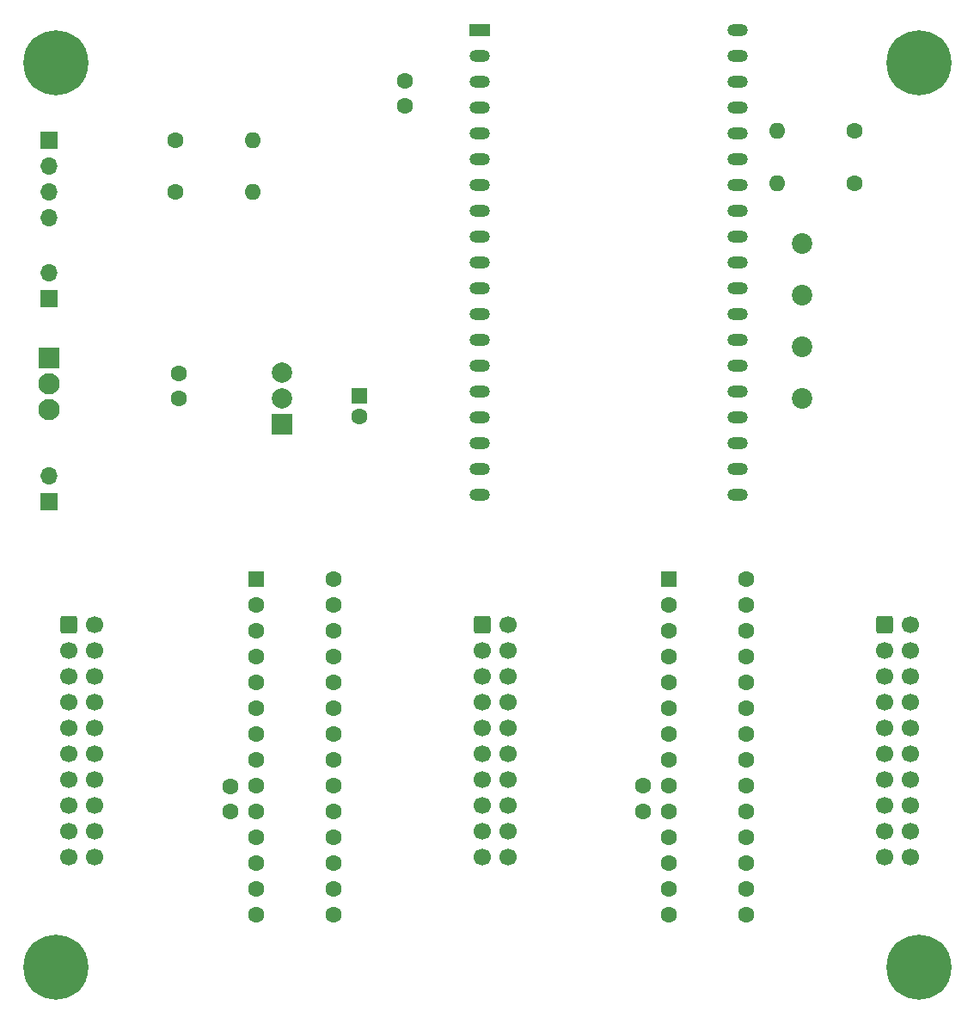
<source format=gbr>
%TF.GenerationSoftware,KiCad,Pcbnew,8.0.0*%
%TF.CreationDate,2024-03-11T16:40:43+11:00*%
%TF.ProjectId,split-flap,73706c69-742d-4666-9c61-702e6b696361,rev?*%
%TF.SameCoordinates,Original*%
%TF.FileFunction,Soldermask,Bot*%
%TF.FilePolarity,Negative*%
%FSLAX46Y46*%
G04 Gerber Fmt 4.6, Leading zero omitted, Abs format (unit mm)*
G04 Created by KiCad (PCBNEW 8.0.0) date 2024-03-11 16:40:43*
%MOMM*%
%LPD*%
G01*
G04 APERTURE LIST*
G04 Aperture macros list*
%AMRoundRect*
0 Rectangle with rounded corners*
0 $1 Rounding radius*
0 $2 $3 $4 $5 $6 $7 $8 $9 X,Y pos of 4 corners*
0 Add a 4 corners polygon primitive as box body*
4,1,4,$2,$3,$4,$5,$6,$7,$8,$9,$2,$3,0*
0 Add four circle primitives for the rounded corners*
1,1,$1+$1,$2,$3*
1,1,$1+$1,$4,$5*
1,1,$1+$1,$6,$7*
1,1,$1+$1,$8,$9*
0 Add four rect primitives between the rounded corners*
20,1,$1+$1,$2,$3,$4,$5,0*
20,1,$1+$1,$4,$5,$6,$7,0*
20,1,$1+$1,$6,$7,$8,$9,0*
20,1,$1+$1,$8,$9,$2,$3,0*%
G04 Aperture macros list end*
%ADD10C,1.600000*%
%ADD11O,1.600000X1.600000*%
%ADD12R,1.700000X1.700000*%
%ADD13O,1.700000X1.700000*%
%ADD14C,6.400000*%
%ADD15RoundRect,0.250000X-0.600000X-0.600000X0.600000X-0.600000X0.600000X0.600000X-0.600000X0.600000X0*%
%ADD16C,1.700000*%
%ADD17R,2.100000X2.100000*%
%ADD18C,2.100000*%
%ADD19R,2.000000X1.200000*%
%ADD20O,2.000000X1.200000*%
%ADD21R,1.600000X1.600000*%
%ADD22C,2.020000*%
%ADD23R,2.000000X2.000000*%
%ADD24C,2.000000*%
G04 APERTURE END LIST*
D10*
%TO.C,C5*%
X132080000Y-106720000D03*
X132080000Y-109220000D03*
%TD*%
%TO.C,R2*%
X126705000Y-48260000D03*
D11*
X134325000Y-48260000D03*
%TD*%
D12*
%TO.C,J4*%
X114295000Y-58765000D03*
D13*
X114295000Y-56225000D03*
%TD*%
D12*
%TO.C,J2*%
X114295000Y-43180000D03*
D13*
X114295000Y-45720000D03*
X114295000Y-48260000D03*
X114295000Y-50800000D03*
%TD*%
D10*
%TO.C,C4*%
X172720000Y-106680000D03*
X172720000Y-109180000D03*
%TD*%
D14*
%TO.C,REF1*%
X114915000Y-35500000D03*
%TD*%
D15*
%TO.C,J5*%
X196580000Y-90790000D03*
D16*
X199120000Y-90790000D03*
X196580000Y-93330000D03*
X199120000Y-93330000D03*
X196580000Y-95870000D03*
X199120000Y-95870000D03*
X196580000Y-98410000D03*
X199120000Y-98410000D03*
X196580000Y-100950000D03*
X199120000Y-100950000D03*
X196580000Y-103490000D03*
X199120000Y-103490000D03*
X196580000Y-106030000D03*
X199120000Y-106030000D03*
X196580000Y-108570000D03*
X199120000Y-108570000D03*
X196580000Y-111110000D03*
X199120000Y-111110000D03*
X196580000Y-113650000D03*
X199120000Y-113650000D03*
%TD*%
D14*
%TO.C,REF3*%
X114915000Y-124500000D03*
%TD*%
D17*
%TO.C,J1*%
X114295000Y-64560000D03*
D18*
X114295000Y-67100000D03*
X114295000Y-69640000D03*
%TD*%
D19*
%TO.C,U2*%
X156675000Y-32321600D03*
D20*
X156675000Y-34861600D03*
X156675000Y-37401600D03*
X156675000Y-39941600D03*
X156675000Y-42481600D03*
X156675000Y-45021600D03*
X156675000Y-47561600D03*
X156675000Y-50101600D03*
X156675000Y-52641600D03*
X156675000Y-55181600D03*
X156675000Y-57721600D03*
X156675000Y-60261600D03*
X156675000Y-62801600D03*
X156675000Y-65341600D03*
X156675000Y-67881600D03*
X156675000Y-70421600D03*
X156675000Y-72961600D03*
X156675000Y-75501600D03*
X156675000Y-78041600D03*
X182071320Y-78038880D03*
X182071320Y-75498880D03*
X182075000Y-72961600D03*
X182075000Y-70421600D03*
X182075000Y-67881600D03*
X182075000Y-65341600D03*
X182075000Y-62801600D03*
X182075000Y-60261600D03*
X182075000Y-57721600D03*
X182075000Y-55181600D03*
X182075000Y-52641600D03*
X182075000Y-50101600D03*
X182075000Y-47561600D03*
X182075000Y-45021600D03*
X182075000Y-42481600D03*
X182075000Y-39941600D03*
X182075000Y-37401600D03*
X182075000Y-34861600D03*
X182075000Y-32321600D03*
%TD*%
D21*
%TO.C,U3*%
X134620000Y-86360000D03*
D10*
X134620000Y-88900000D03*
X134620000Y-91440000D03*
X134620000Y-93980000D03*
X134620000Y-96520000D03*
X134620000Y-99060000D03*
X134620000Y-101600000D03*
X134620000Y-104140000D03*
X134620000Y-106680000D03*
X134620000Y-109220000D03*
X134620000Y-111760000D03*
X134620000Y-114300000D03*
X134620000Y-116840000D03*
X134620000Y-119380000D03*
X142240000Y-119380000D03*
X142240000Y-116840000D03*
X142240000Y-114300000D03*
X142240000Y-111760000D03*
X142240000Y-109220000D03*
X142240000Y-106680000D03*
X142240000Y-104140000D03*
X142240000Y-101600000D03*
X142240000Y-99060000D03*
X142240000Y-96520000D03*
X142240000Y-93980000D03*
X142240000Y-91440000D03*
X142240000Y-88900000D03*
X142240000Y-86360000D03*
%TD*%
D22*
%TO.C,TP3*%
X188385000Y-68580000D03*
%TD*%
D10*
%TO.C,R1*%
X126705000Y-43180000D03*
D11*
X134325000Y-43180000D03*
%TD*%
D10*
%TO.C,C1*%
X127000000Y-66080000D03*
X127000000Y-68580000D03*
%TD*%
%TO.C,R3*%
X193610000Y-47350000D03*
D11*
X185990000Y-47350000D03*
%TD*%
D14*
%TO.C,REF4*%
X199905000Y-124500000D03*
%TD*%
D22*
%TO.C,TP1*%
X188385000Y-58420000D03*
%TD*%
D21*
%TO.C,U4*%
X175260000Y-86360000D03*
D10*
X175260000Y-88900000D03*
X175260000Y-91440000D03*
X175260000Y-93980000D03*
X175260000Y-96520000D03*
X175260000Y-99060000D03*
X175260000Y-101600000D03*
X175260000Y-104140000D03*
X175260000Y-106680000D03*
X175260000Y-109220000D03*
X175260000Y-111760000D03*
X175260000Y-114300000D03*
X175260000Y-116840000D03*
X175260000Y-119380000D03*
X182880000Y-119380000D03*
X182880000Y-116840000D03*
X182880000Y-114300000D03*
X182880000Y-111760000D03*
X182880000Y-109220000D03*
X182880000Y-106680000D03*
X182880000Y-104140000D03*
X182880000Y-101600000D03*
X182880000Y-99060000D03*
X182880000Y-96520000D03*
X182880000Y-93980000D03*
X182880000Y-91440000D03*
X182880000Y-88900000D03*
X182880000Y-86360000D03*
%TD*%
%TO.C,R4*%
X193610000Y-42230000D03*
D11*
X185990000Y-42230000D03*
%TD*%
D15*
%TO.C,J6*%
X116235000Y-90790000D03*
D16*
X118775000Y-90790000D03*
X116235000Y-93330000D03*
X118775000Y-93330000D03*
X116235000Y-95870000D03*
X118775000Y-95870000D03*
X116235000Y-98410000D03*
X118775000Y-98410000D03*
X116235000Y-100950000D03*
X118775000Y-100950000D03*
X116235000Y-103490000D03*
X118775000Y-103490000D03*
X116235000Y-106030000D03*
X118775000Y-106030000D03*
X116235000Y-108570000D03*
X118775000Y-108570000D03*
X116235000Y-111110000D03*
X118775000Y-111110000D03*
X116235000Y-113650000D03*
X118775000Y-113650000D03*
%TD*%
D14*
%TO.C,REF2*%
X199915000Y-35500000D03*
%TD*%
D12*
%TO.C,J3*%
X114295000Y-78740000D03*
D13*
X114295000Y-76200000D03*
%TD*%
D22*
%TO.C,TP4*%
X188385000Y-53340000D03*
%TD*%
%TO.C,TP2*%
X188385000Y-63500000D03*
%TD*%
D10*
%TO.C,C3*%
X149297700Y-37300000D03*
X149297700Y-39800000D03*
%TD*%
D15*
%TO.C,J7*%
X156907500Y-90790000D03*
D16*
X159447500Y-90790000D03*
X156907500Y-93330000D03*
X159447500Y-93330000D03*
X156907500Y-95870000D03*
X159447500Y-95870000D03*
X156907500Y-98410000D03*
X159447500Y-98410000D03*
X156907500Y-100950000D03*
X159447500Y-100950000D03*
X156907500Y-103490000D03*
X159447500Y-103490000D03*
X156907500Y-106030000D03*
X159447500Y-106030000D03*
X156907500Y-108570000D03*
X159447500Y-108570000D03*
X156907500Y-111110000D03*
X159447500Y-111110000D03*
X156907500Y-113650000D03*
X159447500Y-113650000D03*
%TD*%
D23*
%TO.C,U1*%
X137160000Y-71120000D03*
D24*
X137160000Y-68580000D03*
X137160000Y-66040000D03*
%TD*%
D21*
%TO.C,C2*%
X144780000Y-68327000D03*
D10*
X144780000Y-70327000D03*
%TD*%
M02*

</source>
